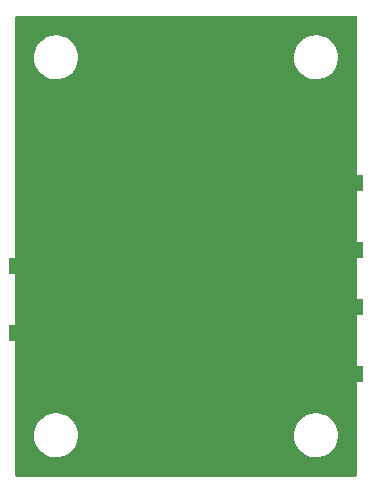
<source format=gbr>
%TF.GenerationSoftware,KiCad,Pcbnew,(6.0.1)*%
%TF.CreationDate,2022-02-13T11:50:17+00:00*%
%TF.ProjectId,Relay_RF_EE2,52656c61-795f-4524-965f-4545322e6b69,rev?*%
%TF.SameCoordinates,Original*%
%TF.FileFunction,Copper,L4,Bot*%
%TF.FilePolarity,Positive*%
%FSLAX46Y46*%
G04 Gerber Fmt 4.6, Leading zero omitted, Abs format (unit mm)*
G04 Created by KiCad (PCBNEW (6.0.1)) date 2022-02-13 11:50:17*
%MOMM*%
%LPD*%
G01*
G04 APERTURE LIST*
%TA.AperFunction,SMDPad,CuDef*%
%ADD10R,4.200000X1.350000*%
%TD*%
%TA.AperFunction,ViaPad*%
%ADD11C,0.800000*%
%TD*%
G04 APERTURE END LIST*
D10*
%TO.P,J2,2,Ext*%
%TO.N,GND*%
X102100000Y-127325000D03*
X102100000Y-121675000D03*
%TD*%
%TO.P,J4,2,Ext*%
%TO.N,GND*%
X127900000Y-125175000D03*
X127900000Y-130825000D03*
%TD*%
%TO.P,J3,2,Ext*%
%TO.N,GND*%
X127900000Y-120325000D03*
X127900000Y-114675000D03*
%TD*%
D11*
%TO.N,GND*%
X125150000Y-126850000D03*
X128950000Y-113250000D03*
X109200000Y-125700000D03*
X101300000Y-129100000D03*
X119650000Y-128250000D03*
X104950000Y-128100000D03*
X109150000Y-129150000D03*
X117450000Y-122950000D03*
X115550000Y-129600000D03*
X129000000Y-132150000D03*
X122800000Y-117400000D03*
X103250000Y-120350000D03*
X121350000Y-119550000D03*
X109200000Y-123300000D03*
X127987500Y-123950000D03*
X114750000Y-110500000D03*
X123650000Y-120000000D03*
X113300000Y-129450000D03*
X107200000Y-125650000D03*
X117700000Y-131100000D03*
X107150000Y-123350000D03*
X105000000Y-120750000D03*
X104350000Y-117750000D03*
X120350000Y-112700000D03*
X124850000Y-122650000D03*
X115650000Y-123950000D03*
X126800000Y-121550000D03*
X119250000Y-130800000D03*
X109500000Y-135100000D03*
X125937500Y-123950000D03*
X113250000Y-123950000D03*
X111250000Y-123000000D03*
X120200000Y-134650000D03*
X116000000Y-128300000D03*
X103400000Y-129050000D03*
X123400000Y-130000000D03*
X125100000Y-114250000D03*
X111000000Y-131150000D03*
X112900000Y-125750000D03*
X121600000Y-128250000D03*
X122250000Y-126600000D03*
X125400000Y-118800000D03*
X126650000Y-132250000D03*
X129050000Y-121700000D03*
X124987500Y-130950000D03*
X126650000Y-113200000D03*
X105050000Y-123300000D03*
X109350000Y-130750000D03*
X125100000Y-116150000D03*
X109150000Y-127400000D03*
X115800000Y-125800000D03*
X121200000Y-121750000D03*
X116150000Y-131000000D03*
X109400000Y-115200000D03*
X101250000Y-120350000D03*
X125050000Y-129200000D03*
X113000000Y-130900000D03*
X119350000Y-125600000D03*
X113200000Y-128250000D03*
X123550000Y-122200000D03*
X109250000Y-110200000D03*
X118850000Y-116400000D03*
X121550000Y-130750000D03*
X125137500Y-125300000D03*
X121100000Y-124000000D03*
X123600000Y-124700000D03*
X105000000Y-125700000D03*
X119550000Y-123950000D03*
%TD*%
%TA.AperFunction,Conductor*%
%TO.N,GND*%
G36*
X129434121Y-100528002D02*
G01*
X129480614Y-100581658D01*
X129492000Y-100634000D01*
X129492000Y-139366000D01*
X129471998Y-139434121D01*
X129418342Y-139480614D01*
X129366000Y-139492000D01*
X100634000Y-139492000D01*
X100565879Y-139471998D01*
X100519386Y-139418342D01*
X100508000Y-139366000D01*
X100508000Y-136042277D01*
X102137009Y-136042277D01*
X102162625Y-136310769D01*
X102163710Y-136315203D01*
X102163711Y-136315209D01*
X102225645Y-136568312D01*
X102226731Y-136572750D01*
X102327985Y-136822733D01*
X102464265Y-137055482D01*
X102467118Y-137059049D01*
X102584686Y-137206060D01*
X102632716Y-137266119D01*
X102829809Y-137450234D01*
X103051416Y-137603968D01*
X103055499Y-137605999D01*
X103055502Y-137606001D01*
X103171013Y-137663466D01*
X103292894Y-137724101D01*
X103297228Y-137725522D01*
X103297231Y-137725523D01*
X103544853Y-137806698D01*
X103544859Y-137806699D01*
X103549186Y-137808118D01*
X103553677Y-137808898D01*
X103553678Y-137808898D01*
X103811140Y-137853601D01*
X103811148Y-137853602D01*
X103814921Y-137854257D01*
X103818758Y-137854448D01*
X103898578Y-137858422D01*
X103898586Y-137858422D01*
X103900149Y-137858500D01*
X104068512Y-137858500D01*
X104070780Y-137858335D01*
X104070792Y-137858335D01*
X104201884Y-137848823D01*
X104269004Y-137843953D01*
X104273459Y-137842969D01*
X104273462Y-137842969D01*
X104527912Y-137786791D01*
X104527916Y-137786790D01*
X104532372Y-137785806D01*
X104658480Y-137738028D01*
X104780318Y-137691868D01*
X104780321Y-137691867D01*
X104784588Y-137690250D01*
X105020368Y-137559286D01*
X105234773Y-137395657D01*
X105423312Y-137202792D01*
X105582034Y-136984730D01*
X105665190Y-136826676D01*
X105705490Y-136750079D01*
X105705493Y-136750073D01*
X105707615Y-136746039D01*
X105770378Y-136568312D01*
X105795902Y-136496033D01*
X105795902Y-136496032D01*
X105797425Y-136491720D01*
X105849581Y-136227100D01*
X105858782Y-136042277D01*
X124137009Y-136042277D01*
X124162625Y-136310769D01*
X124163710Y-136315203D01*
X124163711Y-136315209D01*
X124225645Y-136568312D01*
X124226731Y-136572750D01*
X124327985Y-136822733D01*
X124464265Y-137055482D01*
X124467118Y-137059049D01*
X124584686Y-137206060D01*
X124632716Y-137266119D01*
X124829809Y-137450234D01*
X125051416Y-137603968D01*
X125055499Y-137605999D01*
X125055502Y-137606001D01*
X125171013Y-137663466D01*
X125292894Y-137724101D01*
X125297228Y-137725522D01*
X125297231Y-137725523D01*
X125544853Y-137806698D01*
X125544859Y-137806699D01*
X125549186Y-137808118D01*
X125553677Y-137808898D01*
X125553678Y-137808898D01*
X125811140Y-137853601D01*
X125811148Y-137853602D01*
X125814921Y-137854257D01*
X125818758Y-137854448D01*
X125898578Y-137858422D01*
X125898586Y-137858422D01*
X125900149Y-137858500D01*
X126068512Y-137858500D01*
X126070780Y-137858335D01*
X126070792Y-137858335D01*
X126201884Y-137848823D01*
X126269004Y-137843953D01*
X126273459Y-137842969D01*
X126273462Y-137842969D01*
X126527912Y-137786791D01*
X126527916Y-137786790D01*
X126532372Y-137785806D01*
X126658480Y-137738028D01*
X126780318Y-137691868D01*
X126780321Y-137691867D01*
X126784588Y-137690250D01*
X127020368Y-137559286D01*
X127234773Y-137395657D01*
X127423312Y-137202792D01*
X127582034Y-136984730D01*
X127665190Y-136826676D01*
X127705490Y-136750079D01*
X127705493Y-136750073D01*
X127707615Y-136746039D01*
X127770378Y-136568312D01*
X127795902Y-136496033D01*
X127795902Y-136496032D01*
X127797425Y-136491720D01*
X127849581Y-136227100D01*
X127858782Y-136042277D01*
X127862764Y-135962292D01*
X127862764Y-135962286D01*
X127862991Y-135957723D01*
X127837375Y-135689231D01*
X127792042Y-135503967D01*
X127774355Y-135431688D01*
X127773269Y-135427250D01*
X127672015Y-135177267D01*
X127535735Y-134944518D01*
X127417928Y-134797208D01*
X127370136Y-134737447D01*
X127370135Y-134737445D01*
X127367284Y-134733881D01*
X127170191Y-134549766D01*
X126948584Y-134396032D01*
X126944501Y-134394001D01*
X126944498Y-134393999D01*
X126779606Y-134311967D01*
X126707106Y-134275899D01*
X126702772Y-134274478D01*
X126702769Y-134274477D01*
X126455147Y-134193302D01*
X126455141Y-134193301D01*
X126450814Y-134191882D01*
X126446322Y-134191102D01*
X126188860Y-134146399D01*
X126188852Y-134146398D01*
X126185079Y-134145743D01*
X126173817Y-134145182D01*
X126101422Y-134141578D01*
X126101414Y-134141578D01*
X126099851Y-134141500D01*
X125931488Y-134141500D01*
X125929220Y-134141665D01*
X125929208Y-134141665D01*
X125798116Y-134151177D01*
X125730996Y-134156047D01*
X125726541Y-134157031D01*
X125726538Y-134157031D01*
X125472088Y-134213209D01*
X125472084Y-134213210D01*
X125467628Y-134214194D01*
X125341520Y-134261972D01*
X125219682Y-134308132D01*
X125219679Y-134308133D01*
X125215412Y-134309750D01*
X124979632Y-134440714D01*
X124765227Y-134604343D01*
X124576688Y-134797208D01*
X124417966Y-135015270D01*
X124415844Y-135019304D01*
X124294510Y-135249921D01*
X124294507Y-135249927D01*
X124292385Y-135253961D01*
X124290865Y-135258266D01*
X124290863Y-135258270D01*
X124204098Y-135503967D01*
X124202575Y-135508280D01*
X124150419Y-135772900D01*
X124150192Y-135777453D01*
X124150192Y-135777456D01*
X124140991Y-135962292D01*
X124137009Y-136042277D01*
X105858782Y-136042277D01*
X105862764Y-135962292D01*
X105862764Y-135962286D01*
X105862991Y-135957723D01*
X105837375Y-135689231D01*
X105792042Y-135503967D01*
X105774355Y-135431688D01*
X105773269Y-135427250D01*
X105672015Y-135177267D01*
X105535735Y-134944518D01*
X105417928Y-134797208D01*
X105370136Y-134737447D01*
X105370135Y-134737445D01*
X105367284Y-134733881D01*
X105170191Y-134549766D01*
X104948584Y-134396032D01*
X104944501Y-134394001D01*
X104944498Y-134393999D01*
X104779606Y-134311967D01*
X104707106Y-134275899D01*
X104702772Y-134274478D01*
X104702769Y-134274477D01*
X104455147Y-134193302D01*
X104455141Y-134193301D01*
X104450814Y-134191882D01*
X104446322Y-134191102D01*
X104188860Y-134146399D01*
X104188852Y-134146398D01*
X104185079Y-134145743D01*
X104173817Y-134145182D01*
X104101422Y-134141578D01*
X104101414Y-134141578D01*
X104099851Y-134141500D01*
X103931488Y-134141500D01*
X103929220Y-134141665D01*
X103929208Y-134141665D01*
X103798116Y-134151177D01*
X103730996Y-134156047D01*
X103726541Y-134157031D01*
X103726538Y-134157031D01*
X103472088Y-134213209D01*
X103472084Y-134213210D01*
X103467628Y-134214194D01*
X103341520Y-134261972D01*
X103219682Y-134308132D01*
X103219679Y-134308133D01*
X103215412Y-134309750D01*
X102979632Y-134440714D01*
X102765227Y-134604343D01*
X102576688Y-134797208D01*
X102417966Y-135015270D01*
X102415844Y-135019304D01*
X102294510Y-135249921D01*
X102294507Y-135249927D01*
X102292385Y-135253961D01*
X102290865Y-135258266D01*
X102290863Y-135258270D01*
X102204098Y-135503967D01*
X102202575Y-135508280D01*
X102150419Y-135772900D01*
X102150192Y-135777453D01*
X102150192Y-135777456D01*
X102140991Y-135962292D01*
X102137009Y-136042277D01*
X100508000Y-136042277D01*
X100508000Y-104042277D01*
X102137009Y-104042277D01*
X102162625Y-104310769D01*
X102163710Y-104315203D01*
X102163711Y-104315209D01*
X102225645Y-104568312D01*
X102226731Y-104572750D01*
X102327985Y-104822733D01*
X102464265Y-105055482D01*
X102467118Y-105059049D01*
X102584686Y-105206060D01*
X102632716Y-105266119D01*
X102829809Y-105450234D01*
X103051416Y-105603968D01*
X103055499Y-105605999D01*
X103055502Y-105606001D01*
X103171013Y-105663466D01*
X103292894Y-105724101D01*
X103297228Y-105725522D01*
X103297231Y-105725523D01*
X103544853Y-105806698D01*
X103544859Y-105806699D01*
X103549186Y-105808118D01*
X103553677Y-105808898D01*
X103553678Y-105808898D01*
X103811140Y-105853601D01*
X103811148Y-105853602D01*
X103814921Y-105854257D01*
X103818758Y-105854448D01*
X103898578Y-105858422D01*
X103898586Y-105858422D01*
X103900149Y-105858500D01*
X104068512Y-105858500D01*
X104070780Y-105858335D01*
X104070792Y-105858335D01*
X104201884Y-105848823D01*
X104269004Y-105843953D01*
X104273459Y-105842969D01*
X104273462Y-105842969D01*
X104527912Y-105786791D01*
X104527916Y-105786790D01*
X104532372Y-105785806D01*
X104658480Y-105738028D01*
X104780318Y-105691868D01*
X104780321Y-105691867D01*
X104784588Y-105690250D01*
X105020368Y-105559286D01*
X105234773Y-105395657D01*
X105423312Y-105202792D01*
X105582034Y-104984730D01*
X105665190Y-104826676D01*
X105705490Y-104750079D01*
X105705493Y-104750073D01*
X105707615Y-104746039D01*
X105770378Y-104568312D01*
X105795902Y-104496033D01*
X105795902Y-104496032D01*
X105797425Y-104491720D01*
X105849581Y-104227100D01*
X105858782Y-104042277D01*
X124137009Y-104042277D01*
X124162625Y-104310769D01*
X124163710Y-104315203D01*
X124163711Y-104315209D01*
X124225645Y-104568312D01*
X124226731Y-104572750D01*
X124327985Y-104822733D01*
X124464265Y-105055482D01*
X124467118Y-105059049D01*
X124584686Y-105206060D01*
X124632716Y-105266119D01*
X124829809Y-105450234D01*
X125051416Y-105603968D01*
X125055499Y-105605999D01*
X125055502Y-105606001D01*
X125171013Y-105663466D01*
X125292894Y-105724101D01*
X125297228Y-105725522D01*
X125297231Y-105725523D01*
X125544853Y-105806698D01*
X125544859Y-105806699D01*
X125549186Y-105808118D01*
X125553677Y-105808898D01*
X125553678Y-105808898D01*
X125811140Y-105853601D01*
X125811148Y-105853602D01*
X125814921Y-105854257D01*
X125818758Y-105854448D01*
X125898578Y-105858422D01*
X125898586Y-105858422D01*
X125900149Y-105858500D01*
X126068512Y-105858500D01*
X126070780Y-105858335D01*
X126070792Y-105858335D01*
X126201884Y-105848823D01*
X126269004Y-105843953D01*
X126273459Y-105842969D01*
X126273462Y-105842969D01*
X126527912Y-105786791D01*
X126527916Y-105786790D01*
X126532372Y-105785806D01*
X126658480Y-105738028D01*
X126780318Y-105691868D01*
X126780321Y-105691867D01*
X126784588Y-105690250D01*
X127020368Y-105559286D01*
X127234773Y-105395657D01*
X127423312Y-105202792D01*
X127582034Y-104984730D01*
X127665190Y-104826676D01*
X127705490Y-104750079D01*
X127705493Y-104750073D01*
X127707615Y-104746039D01*
X127770378Y-104568312D01*
X127795902Y-104496033D01*
X127795902Y-104496032D01*
X127797425Y-104491720D01*
X127849581Y-104227100D01*
X127858782Y-104042277D01*
X127862764Y-103962292D01*
X127862764Y-103962286D01*
X127862991Y-103957723D01*
X127837375Y-103689231D01*
X127792042Y-103503967D01*
X127774355Y-103431688D01*
X127773269Y-103427250D01*
X127672015Y-103177267D01*
X127535735Y-102944518D01*
X127417928Y-102797208D01*
X127370136Y-102737447D01*
X127370135Y-102737445D01*
X127367284Y-102733881D01*
X127170191Y-102549766D01*
X126948584Y-102396032D01*
X126944501Y-102394001D01*
X126944498Y-102393999D01*
X126779606Y-102311967D01*
X126707106Y-102275899D01*
X126702772Y-102274478D01*
X126702769Y-102274477D01*
X126455147Y-102193302D01*
X126455141Y-102193301D01*
X126450814Y-102191882D01*
X126446322Y-102191102D01*
X126188860Y-102146399D01*
X126188852Y-102146398D01*
X126185079Y-102145743D01*
X126173817Y-102145182D01*
X126101422Y-102141578D01*
X126101414Y-102141578D01*
X126099851Y-102141500D01*
X125931488Y-102141500D01*
X125929220Y-102141665D01*
X125929208Y-102141665D01*
X125798116Y-102151177D01*
X125730996Y-102156047D01*
X125726541Y-102157031D01*
X125726538Y-102157031D01*
X125472088Y-102213209D01*
X125472084Y-102213210D01*
X125467628Y-102214194D01*
X125341520Y-102261972D01*
X125219682Y-102308132D01*
X125219679Y-102308133D01*
X125215412Y-102309750D01*
X124979632Y-102440714D01*
X124765227Y-102604343D01*
X124576688Y-102797208D01*
X124417966Y-103015270D01*
X124415844Y-103019304D01*
X124294510Y-103249921D01*
X124294507Y-103249927D01*
X124292385Y-103253961D01*
X124290865Y-103258266D01*
X124290863Y-103258270D01*
X124204098Y-103503967D01*
X124202575Y-103508280D01*
X124150419Y-103772900D01*
X124150192Y-103777453D01*
X124150192Y-103777456D01*
X124140991Y-103962292D01*
X124137009Y-104042277D01*
X105858782Y-104042277D01*
X105862764Y-103962292D01*
X105862764Y-103962286D01*
X105862991Y-103957723D01*
X105837375Y-103689231D01*
X105792042Y-103503967D01*
X105774355Y-103431688D01*
X105773269Y-103427250D01*
X105672015Y-103177267D01*
X105535735Y-102944518D01*
X105417928Y-102797208D01*
X105370136Y-102737447D01*
X105370135Y-102737445D01*
X105367284Y-102733881D01*
X105170191Y-102549766D01*
X104948584Y-102396032D01*
X104944501Y-102394001D01*
X104944498Y-102393999D01*
X104779606Y-102311967D01*
X104707106Y-102275899D01*
X104702772Y-102274478D01*
X104702769Y-102274477D01*
X104455147Y-102193302D01*
X104455141Y-102193301D01*
X104450814Y-102191882D01*
X104446322Y-102191102D01*
X104188860Y-102146399D01*
X104188852Y-102146398D01*
X104185079Y-102145743D01*
X104173817Y-102145182D01*
X104101422Y-102141578D01*
X104101414Y-102141578D01*
X104099851Y-102141500D01*
X103931488Y-102141500D01*
X103929220Y-102141665D01*
X103929208Y-102141665D01*
X103798116Y-102151177D01*
X103730996Y-102156047D01*
X103726541Y-102157031D01*
X103726538Y-102157031D01*
X103472088Y-102213209D01*
X103472084Y-102213210D01*
X103467628Y-102214194D01*
X103341520Y-102261972D01*
X103219682Y-102308132D01*
X103219679Y-102308133D01*
X103215412Y-102309750D01*
X102979632Y-102440714D01*
X102765227Y-102604343D01*
X102576688Y-102797208D01*
X102417966Y-103015270D01*
X102415844Y-103019304D01*
X102294510Y-103249921D01*
X102294507Y-103249927D01*
X102292385Y-103253961D01*
X102290865Y-103258266D01*
X102290863Y-103258270D01*
X102204098Y-103503967D01*
X102202575Y-103508280D01*
X102150419Y-103772900D01*
X102150192Y-103777453D01*
X102150192Y-103777456D01*
X102140991Y-103962292D01*
X102137009Y-104042277D01*
X100508000Y-104042277D01*
X100508000Y-100634000D01*
X100528002Y-100565879D01*
X100581658Y-100519386D01*
X100634000Y-100508000D01*
X129366000Y-100508000D01*
X129434121Y-100528002D01*
G37*
%TD.AperFunction*%
%TD*%
M02*

</source>
